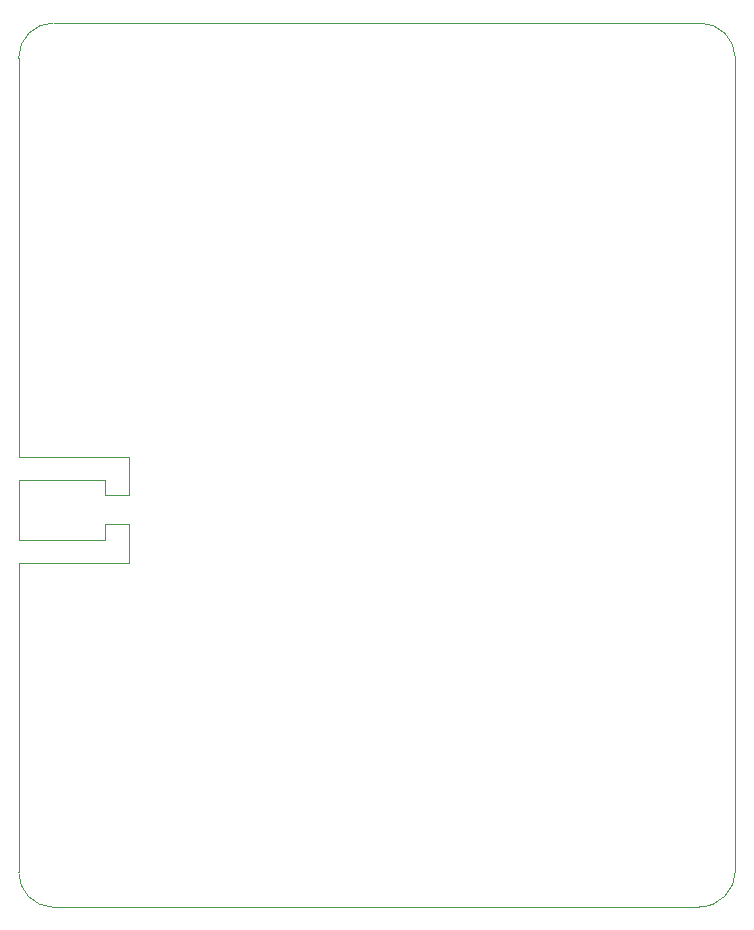
<source format=gbr>
G04 #@! TF.GenerationSoftware,KiCad,Pcbnew,(5.1.5)-3*
G04 #@! TF.CreationDate,2020-09-03T11:07:22+02:00*
G04 #@! TF.ProjectId,StepperClockMasterTinyK22,53746570-7065-4724-936c-6f636b4d6173,rev?*
G04 #@! TF.SameCoordinates,Original*
G04 #@! TF.FileFunction,Profile,NP*
%FSLAX46Y46*%
G04 Gerber Fmt 4.6, Leading zero omitted, Abs format (unit mm)*
G04 Created by KiCad (PCBNEW (5.1.5)-3) date 2020-09-03 11:07:22*
%MOMM*%
%LPD*%
G04 APERTURE LIST*
%ADD10C,0.100000*%
G04 APERTURE END LIST*
D10*
X101990000Y-113210000D02*
X104060000Y-113210000D01*
X101980000Y-115700000D02*
X104050000Y-115700000D01*
X101990000Y-113210000D02*
X101990000Y-111930000D01*
X101980000Y-117050000D02*
X101980000Y-115700000D01*
X104060000Y-113210000D02*
X104060000Y-110040000D01*
X104050000Y-119010000D02*
X104050000Y-115700000D01*
X94730000Y-111940000D02*
X94730000Y-117050000D01*
X94710000Y-145140000D02*
X94760000Y-119010000D01*
X104060000Y-110040000D02*
X94710000Y-110040000D01*
X94730000Y-111940000D02*
X101990000Y-111930000D01*
X94760000Y-119010000D02*
X104050000Y-119010000D01*
X94730000Y-117050000D02*
X101980000Y-117050000D01*
X152337643Y-73260457D02*
G75*
G02X155390000Y-76260000I52357J-2999543D01*
G01*
X155390000Y-145019249D02*
G75*
G02X152310019Y-148110000I-3079981J-10751D01*
G01*
X97618996Y-148129983D02*
G75*
G02X94709660Y-145140267I50663J2959717D01*
G01*
X94696191Y-76230000D02*
G75*
G02X97720000Y-73250000I2973914J6498D01*
G01*
X155390000Y-145020000D02*
X155390000Y-76260000D01*
X97618996Y-148129983D02*
X152310019Y-148110000D01*
X94696192Y-76230000D02*
X94710000Y-110040000D01*
X152337643Y-73260457D02*
X97720000Y-73250000D01*
M02*

</source>
